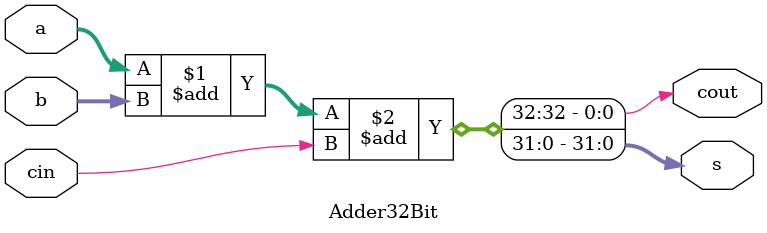
<source format=v>
module Adder32Bit (
  input [31:0] a,
  input [31:0] b,
  input cin,
  output [31:0] s,
  output cout
);

  assign {cout, s} = a + b + cin;

endmodule


</source>
